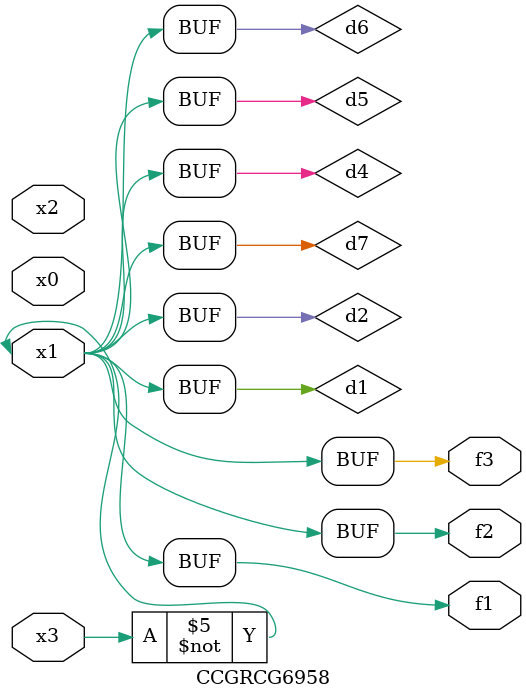
<source format=v>
module CCGRCG6958(
	input x0, x1, x2, x3,
	output f1, f2, f3
);

	wire d1, d2, d3, d4, d5, d6, d7;

	not (d1, x3);
	buf (d2, x1);
	xnor (d3, d1, d2);
	nor (d4, d1);
	buf (d5, d1, d2);
	buf (d6, d4, d5);
	nand (d7, d4);
	assign f1 = d6;
	assign f2 = d7;
	assign f3 = d6;
endmodule

</source>
